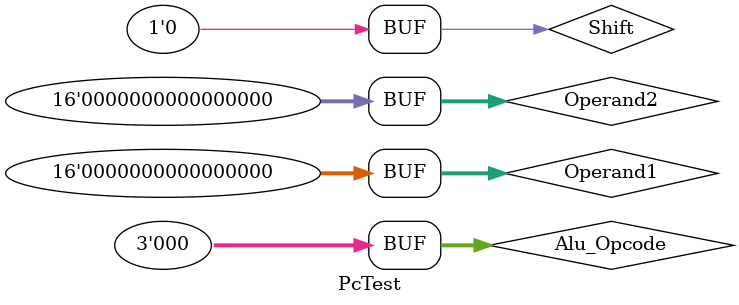
<source format=v>
`timescale 1ns / 1ps
module PcTest;

	// Inputs
	reg [15:0] Operand1;
	reg [15:0] Operand2;
	reg [2:0] Alu_Opcode;
	reg Shift;

	// Outputs
	wire [15:0] Result;
	wire Zero_Out;

	// Instantiate the Unit Under Test (UUT)
	ALU uut (
		.Operand1(Operand1), 
		.Operand2(Operand2), 
		.Alu_Opcode(Alu_Opcode), 
		.Shift(Shift), 
		.Result(Result), 
		.Zero_Out(Zero_Out)
	);

	initial begin
		// Initialize Inputs
		Operand1 = 0;
		Operand2 = 0;
		Alu_Opcode = 0;
		Shift = 0;

		// Wait 100 ns for global reset to finish
		#100;
        
		// Add stimulus here

	end
      
endmodule

</source>
